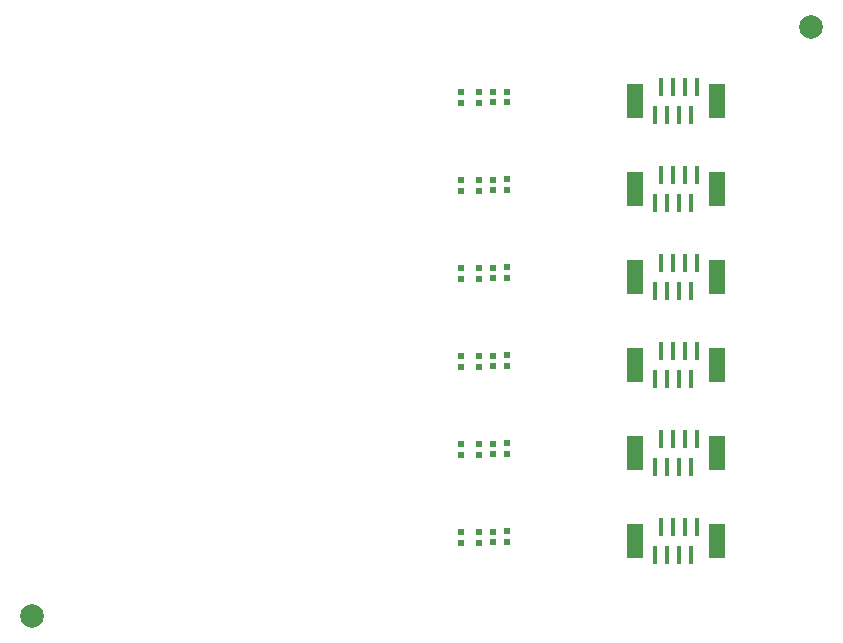
<source format=gbr>
%TF.GenerationSoftware,KiCad,Pcbnew,7.0.7-7.0.7~ubuntu22.04.1*%
%TF.CreationDate,2023-09-16T17:49:39-05:00*%
%TF.ProjectId,TOF_PANELIZED,544f465f-5041-44e4-954c-495a45442e6b,000*%
%TF.SameCoordinates,Original*%
%TF.FileFunction,Paste,Top*%
%TF.FilePolarity,Positive*%
%FSLAX46Y46*%
G04 Gerber Fmt 4.6, Leading zero omitted, Abs format (unit mm)*
G04 Created by KiCad (PCBNEW 7.0.7-7.0.7~ubuntu22.04.1) date 2023-09-16 17:49:39*
%MOMM*%
%LPD*%
G01*
G04 APERTURE LIST*
%ADD10C,2.000000*%
%ADD11R,0.600000X0.490000*%
%ADD12R,0.400000X1.600000*%
%ADD13R,1.400000X2.900000*%
%ADD14R,0.550000X0.500000*%
G04 APERTURE END LIST*
D10*
%TO.C,REF\u002A\u002A*%
X109740000Y-23785000D03*
%TD*%
%TO.C,REF\u002A\u002A*%
X43740000Y-73610000D03*
%TD*%
D11*
%TO.C,R1*%
X82770000Y-59937000D03*
X82770000Y-59023000D03*
%TD*%
D12*
%TO.C,J1*%
X96515000Y-31235000D03*
X97015000Y-28835000D03*
X97515000Y-31235000D03*
X98015000Y-28835000D03*
X98515000Y-31235000D03*
X99015000Y-28835000D03*
X99515000Y-31235000D03*
X100015000Y-28835000D03*
D13*
X94815000Y-30035000D03*
X101715000Y-30035000D03*
%TD*%
D11*
%TO.C,R2*%
X83980000Y-44113000D03*
X83980000Y-45027000D03*
%TD*%
%TO.C,R2*%
X83980000Y-29213000D03*
X83980000Y-30127000D03*
%TD*%
%TO.C,R2*%
X83980000Y-51563000D03*
X83980000Y-52477000D03*
%TD*%
%TO.C,R1*%
X82770000Y-52487000D03*
X82770000Y-51573000D03*
%TD*%
D14*
%TO.C,C2*%
X81560000Y-36685000D03*
X81560000Y-37665000D03*
%TD*%
%TO.C,C2*%
X81560000Y-66485000D03*
X81560000Y-67465000D03*
%TD*%
%TO.C,C2*%
X81560000Y-59035000D03*
X81560000Y-60015000D03*
%TD*%
%TO.C,C1*%
X80070000Y-51585000D03*
X80070000Y-52565000D03*
%TD*%
D11*
%TO.C,R2*%
X83980000Y-59013000D03*
X83980000Y-59927000D03*
%TD*%
%TO.C,R1*%
X82770000Y-45037000D03*
X82770000Y-44123000D03*
%TD*%
D14*
%TO.C,C2*%
X81560000Y-44135000D03*
X81560000Y-45115000D03*
%TD*%
D12*
%TO.C,J1*%
X96515000Y-53585000D03*
X97015000Y-51185000D03*
X97515000Y-53585000D03*
X98015000Y-51185000D03*
X98515000Y-53585000D03*
X99015000Y-51185000D03*
X99515000Y-53585000D03*
X100015000Y-51185000D03*
D13*
X94815000Y-52385000D03*
X101715000Y-52385000D03*
%TD*%
D12*
%TO.C,J1*%
X96515000Y-68485000D03*
X97015000Y-66085000D03*
X97515000Y-68485000D03*
X98015000Y-66085000D03*
X98515000Y-68485000D03*
X99015000Y-66085000D03*
X99515000Y-68485000D03*
X100015000Y-66085000D03*
D13*
X94815000Y-67285000D03*
X101715000Y-67285000D03*
%TD*%
D12*
%TO.C,J1*%
X96515000Y-61035000D03*
X97015000Y-58635000D03*
X97515000Y-61035000D03*
X98015000Y-58635000D03*
X98515000Y-61035000D03*
X99015000Y-58635000D03*
X99515000Y-61035000D03*
X100015000Y-58635000D03*
D13*
X94815000Y-59835000D03*
X101715000Y-59835000D03*
%TD*%
D14*
%TO.C,C1*%
X80070000Y-59035000D03*
X80070000Y-60015000D03*
%TD*%
D11*
%TO.C,R1*%
X82770000Y-67387000D03*
X82770000Y-66473000D03*
%TD*%
D14*
%TO.C,C2*%
X81560000Y-29235000D03*
X81560000Y-30215000D03*
%TD*%
D12*
%TO.C,J1*%
X96515000Y-38685000D03*
X97015000Y-36285000D03*
X97515000Y-38685000D03*
X98015000Y-36285000D03*
X98515000Y-38685000D03*
X99015000Y-36285000D03*
X99515000Y-38685000D03*
X100015000Y-36285000D03*
D13*
X94815000Y-37485000D03*
X101715000Y-37485000D03*
%TD*%
D11*
%TO.C,R2*%
X83980000Y-66463000D03*
X83980000Y-67377000D03*
%TD*%
D14*
%TO.C,C1*%
X80070000Y-44135000D03*
X80070000Y-45115000D03*
%TD*%
D12*
%TO.C,J1*%
X96515000Y-46135000D03*
X97015000Y-43735000D03*
X97515000Y-46135000D03*
X98015000Y-43735000D03*
X98515000Y-46135000D03*
X99015000Y-43735000D03*
X99515000Y-46135000D03*
X100015000Y-43735000D03*
D13*
X94815000Y-44935000D03*
X101715000Y-44935000D03*
%TD*%
D11*
%TO.C,R2*%
X83980000Y-36663000D03*
X83980000Y-37577000D03*
%TD*%
%TO.C,R1*%
X82770000Y-30137000D03*
X82770000Y-29223000D03*
%TD*%
D14*
%TO.C,C1*%
X80070000Y-36685000D03*
X80070000Y-37665000D03*
%TD*%
D11*
%TO.C,R1*%
X82770000Y-37587000D03*
X82770000Y-36673000D03*
%TD*%
D14*
%TO.C,C1*%
X80070000Y-29235000D03*
X80070000Y-30215000D03*
%TD*%
%TO.C,C2*%
X81560000Y-51585000D03*
X81560000Y-52565000D03*
%TD*%
%TO.C,C1*%
X80070000Y-66485000D03*
X80070000Y-67465000D03*
%TD*%
M02*

</source>
